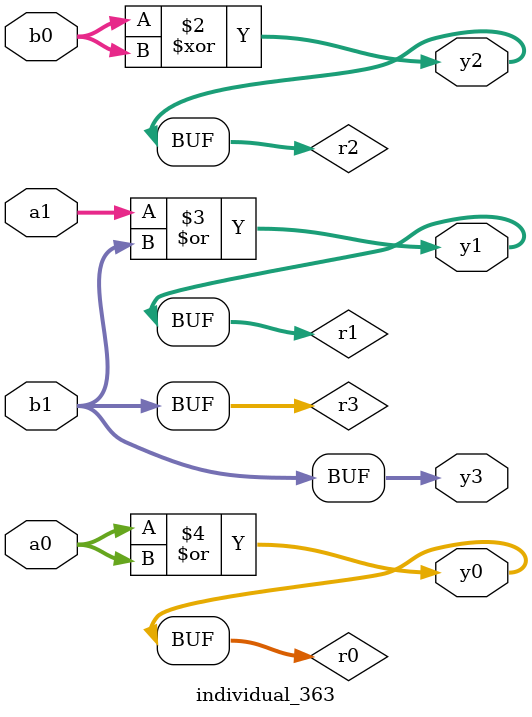
<source format=sv>
module individual_363(input logic [15:0] a1, input logic [15:0] a0, input logic [15:0] b1, input logic [15:0] b0, output logic [15:0] y3, output logic [15:0] y2, output logic [15:0] y1, output logic [15:0] y0);
logic [15:0] r0, r1, r2, r3; 
 always@(*) begin 
	 r0 = a0; r1 = a1; r2 = b0; r3 = b1; 
 	 r2  ^=  b0 ;
 	 r1  |=  b1 ;
 	 r0  |=  r0 ;
 	 y3 = r3; y2 = r2; y1 = r1; y0 = r0; 
end
endmodule
</source>
